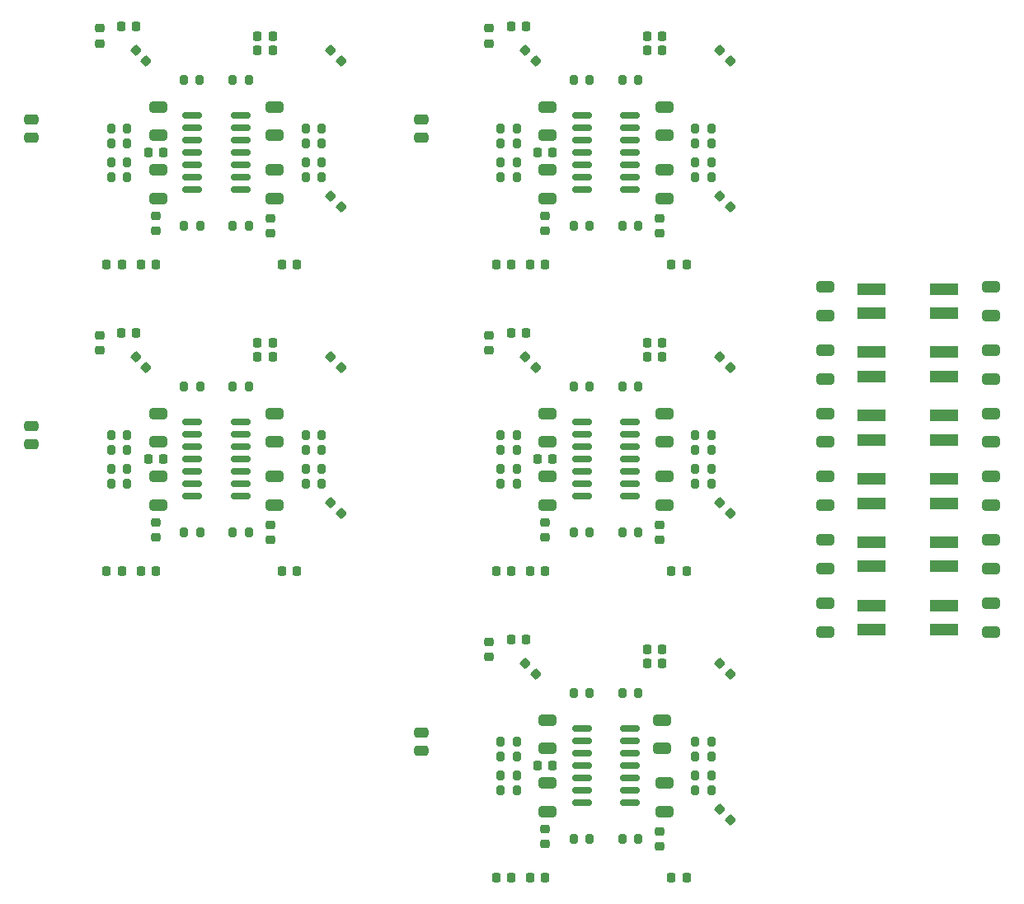
<source format=gbr>
%TF.GenerationSoftware,KiCad,Pcbnew,7.0.1*%
%TF.CreationDate,2023-05-26T22:56:06+02:00*%
%TF.ProjectId,main,6d61696e-2e6b-4696-9361-645f70636258,v1.0.1*%
%TF.SameCoordinates,Original*%
%TF.FileFunction,Paste,Bot*%
%TF.FilePolarity,Positive*%
%FSLAX46Y46*%
G04 Gerber Fmt 4.6, Leading zero omitted, Abs format (unit mm)*
G04 Created by KiCad (PCBNEW 7.0.1) date 2023-05-26 22:56:06*
%MOMM*%
%LPD*%
G01*
G04 APERTURE LIST*
G04 Aperture macros list*
%AMRoundRect*
0 Rectangle with rounded corners*
0 $1 Rounding radius*
0 $2 $3 $4 $5 $6 $7 $8 $9 X,Y pos of 4 corners*
0 Add a 4 corners polygon primitive as box body*
4,1,4,$2,$3,$4,$5,$6,$7,$8,$9,$2,$3,0*
0 Add four circle primitives for the rounded corners*
1,1,$1+$1,$2,$3*
1,1,$1+$1,$4,$5*
1,1,$1+$1,$6,$7*
1,1,$1+$1,$8,$9*
0 Add four rect primitives between the rounded corners*
20,1,$1+$1,$2,$3,$4,$5,0*
20,1,$1+$1,$4,$5,$6,$7,0*
20,1,$1+$1,$6,$7,$8,$9,0*
20,1,$1+$1,$8,$9,$2,$3,0*%
G04 Aperture macros list end*
%ADD10RoundRect,0.225000X0.250000X-0.225000X0.250000X0.225000X-0.250000X0.225000X-0.250000X-0.225000X0*%
%ADD11R,2.850000X1.200000*%
%ADD12RoundRect,0.200000X0.200000X0.275000X-0.200000X0.275000X-0.200000X-0.275000X0.200000X-0.275000X0*%
%ADD13RoundRect,0.225000X-0.225000X-0.250000X0.225000X-0.250000X0.225000X0.250000X-0.225000X0.250000X0*%
%ADD14RoundRect,0.250000X0.650000X-0.325000X0.650000X0.325000X-0.650000X0.325000X-0.650000X-0.325000X0*%
%ADD15RoundRect,0.200000X-0.200000X-0.275000X0.200000X-0.275000X0.200000X0.275000X-0.200000X0.275000X0*%
%ADD16RoundRect,0.250000X-0.650000X0.325000X-0.650000X-0.325000X0.650000X-0.325000X0.650000X0.325000X0*%
%ADD17RoundRect,0.150000X-0.825000X-0.150000X0.825000X-0.150000X0.825000X0.150000X-0.825000X0.150000X0*%
%ADD18RoundRect,0.225000X0.225000X0.250000X-0.225000X0.250000X-0.225000X-0.250000X0.225000X-0.250000X0*%
%ADD19RoundRect,0.225000X0.335876X0.017678X0.017678X0.335876X-0.335876X-0.017678X-0.017678X-0.335876X0*%
%ADD20RoundRect,0.250000X0.475000X-0.250000X0.475000X0.250000X-0.475000X0.250000X-0.475000X-0.250000X0*%
G04 APERTURE END LIST*
D10*
%TO.C,C18*%
X137500000Y-86775000D03*
X137500000Y-85225000D03*
%TD*%
D11*
%TO.C,L15*%
X159275000Y-127500000D03*
X166725000Y-127500000D03*
X159275000Y-125000000D03*
X166725000Y-125000000D03*
%TD*%
D12*
%TO.C,R95*%
X102825000Y-77500000D03*
X101175000Y-77500000D03*
%TD*%
D13*
%TO.C,R62*%
X120725000Y-153000000D03*
X122275000Y-153000000D03*
%TD*%
D11*
%TO.C,L19*%
X159275000Y-95000000D03*
X166725000Y-95000000D03*
X159275000Y-92500000D03*
X166725000Y-92500000D03*
%TD*%
D14*
%TO.C,C58*%
X171500000Y-121225000D03*
X171500000Y-118275000D03*
%TD*%
D15*
%TO.C,R85*%
X81175000Y-79500000D03*
X82825000Y-79500000D03*
%TD*%
%TO.C,R5*%
X121175000Y-79500000D03*
X122825000Y-79500000D03*
%TD*%
D16*
%TO.C,C9*%
X126000000Y-73775000D03*
X126000000Y-76725000D03*
%TD*%
D17*
%TO.C,U21*%
X89525000Y-82310000D03*
X89525000Y-81040000D03*
X89525000Y-79770000D03*
X89525000Y-78500000D03*
X89525000Y-77230000D03*
X89525000Y-75960000D03*
X89525000Y-74690000D03*
X94475000Y-74690000D03*
X94475000Y-75960000D03*
X94475000Y-77230000D03*
X94475000Y-78500000D03*
X94475000Y-79770000D03*
X94475000Y-81040000D03*
X94475000Y-82310000D03*
%TD*%
D12*
%TO.C,R8*%
X130325000Y-71000000D03*
X128675000Y-71000000D03*
%TD*%
D18*
%TO.C,R57*%
X140275000Y-121500000D03*
X138725000Y-121500000D03*
%TD*%
D19*
%TO.C,C23*%
X104798008Y-100548008D03*
X103701992Y-99451992D03*
%TD*%
D12*
%TO.C,R99*%
X102825000Y-81000000D03*
X101175000Y-81000000D03*
%TD*%
D18*
%TO.C,R37*%
X100275000Y-121500000D03*
X98725000Y-121500000D03*
%TD*%
D14*
%TO.C,C19*%
X138000000Y-83225000D03*
X138000000Y-80275000D03*
%TD*%
D12*
%TO.C,R23*%
X90325000Y-117500000D03*
X88675000Y-117500000D03*
%TD*%
%TO.C,R88*%
X90295000Y-71000000D03*
X88645000Y-71000000D03*
%TD*%
D13*
%TO.C,C8*%
X122225000Y-65500000D03*
X123775000Y-65500000D03*
%TD*%
%TO.C,R42*%
X120725000Y-121500000D03*
X122275000Y-121500000D03*
%TD*%
D15*
%TO.C,R29*%
X81175000Y-107500000D03*
X82825000Y-107500000D03*
%TD*%
D13*
%TO.C,R82*%
X80725000Y-90000000D03*
X82275000Y-90000000D03*
%TD*%
D12*
%TO.C,R39*%
X102825000Y-112500000D03*
X101175000Y-112500000D03*
%TD*%
D15*
%TO.C,R90*%
X81175000Y-77500000D03*
X82825000Y-77500000D03*
%TD*%
D19*
%TO.C,C12*%
X144798008Y-69048008D03*
X143701992Y-67951992D03*
%TD*%
D15*
%TO.C,R30*%
X81175000Y-109000000D03*
X82825000Y-109000000D03*
%TD*%
D11*
%TO.C,L10*%
X159275000Y-114500000D03*
X166725000Y-114500000D03*
X159275000Y-112000000D03*
X166725000Y-112000000D03*
%TD*%
D19*
%TO.C,C101*%
X84798008Y-69048008D03*
X83701992Y-67951992D03*
%TD*%
D18*
%TO.C,C1*%
X126525000Y-78500000D03*
X124975000Y-78500000D03*
%TD*%
D15*
%TO.C,R18*%
X133675000Y-86000000D03*
X135325000Y-86000000D03*
%TD*%
D14*
%TO.C,C100*%
X171500000Y-95225000D03*
X171500000Y-92275000D03*
%TD*%
D13*
%TO.C,C29*%
X82225000Y-97000000D03*
X83775000Y-97000000D03*
%TD*%
D19*
%TO.C,C80*%
X124798008Y-132048008D03*
X123701992Y-130951992D03*
%TD*%
D15*
%TO.C,R65*%
X121175000Y-142500000D03*
X122825000Y-142500000D03*
%TD*%
D19*
%TO.C,C49*%
X144798008Y-115548008D03*
X143701992Y-114451992D03*
%TD*%
%TO.C,C38*%
X84798008Y-100548008D03*
X83701992Y-99451992D03*
%TD*%
D17*
%TO.C,U16*%
X129525000Y-145310000D03*
X129525000Y-144040000D03*
X129525000Y-142770000D03*
X129525000Y-141500000D03*
X129525000Y-140230000D03*
X129525000Y-138960000D03*
X129525000Y-137690000D03*
X134475000Y-137690000D03*
X134475000Y-138960000D03*
X134475000Y-140230000D03*
X134475000Y-141500000D03*
X134475000Y-142770000D03*
X134475000Y-144040000D03*
X134475000Y-145310000D03*
%TD*%
D13*
%TO.C,C50*%
X122225000Y-97000000D03*
X123775000Y-97000000D03*
%TD*%
D10*
%TO.C,R27*%
X80000000Y-98775000D03*
X80000000Y-97225000D03*
%TD*%
D15*
%TO.C,R93*%
X93675000Y-71000000D03*
X95325000Y-71000000D03*
%TD*%
D10*
%TO.C,R87*%
X80000000Y-67275000D03*
X80000000Y-65725000D03*
%TD*%
D20*
%TO.C,R6*%
X113000000Y-76950000D03*
X113000000Y-75050000D03*
%TD*%
D16*
%TO.C,C72*%
X126000000Y-136775000D03*
X126000000Y-139725000D03*
%TD*%
%TO.C,C93*%
X86000000Y-73775000D03*
X86000000Y-76725000D03*
%TD*%
D13*
%TO.C,C92*%
X82225000Y-65500000D03*
X83775000Y-65500000D03*
%TD*%
D19*
%TO.C,C28*%
X104798008Y-115548008D03*
X103701992Y-114451992D03*
%TD*%
D14*
%TO.C,C46*%
X126000000Y-114725000D03*
X126000000Y-111775000D03*
%TD*%
%TO.C,C78*%
X154500000Y-127725000D03*
X154500000Y-124775000D03*
%TD*%
D13*
%TO.C,C13*%
X136225000Y-66500000D03*
X137775000Y-66500000D03*
%TD*%
D14*
%TO.C,C99*%
X154500000Y-95225000D03*
X154500000Y-92275000D03*
%TD*%
D12*
%TO.C,R75*%
X142825000Y-140500000D03*
X141175000Y-140500000D03*
%TD*%
D13*
%TO.C,C55*%
X136225000Y-98000000D03*
X137775000Y-98000000D03*
%TD*%
%TO.C,C66*%
X124225000Y-153000000D03*
X125775000Y-153000000D03*
%TD*%
D12*
%TO.C,R83*%
X90325000Y-86000000D03*
X88675000Y-86000000D03*
%TD*%
D14*
%TO.C,C82*%
X138000000Y-146225000D03*
X138000000Y-143275000D03*
%TD*%
D18*
%TO.C,C43*%
X126525000Y-110000000D03*
X124975000Y-110000000D03*
%TD*%
%TO.C,R12*%
X137775000Y-68000000D03*
X136225000Y-68000000D03*
%TD*%
D13*
%TO.C,C34*%
X96225000Y-98000000D03*
X97775000Y-98000000D03*
%TD*%
D15*
%TO.C,R4*%
X121175000Y-81000000D03*
X122825000Y-81000000D03*
%TD*%
%TO.C,R69*%
X121175000Y-139000000D03*
X122825000Y-139000000D03*
%TD*%
D13*
%TO.C,C71*%
X122225000Y-128500000D03*
X123775000Y-128500000D03*
%TD*%
D10*
%TO.C,C2*%
X125750000Y-86525000D03*
X125750000Y-84975000D03*
%TD*%
D18*
%TO.C,R32*%
X97775000Y-99500000D03*
X96225000Y-99500000D03*
%TD*%
D11*
%TO.C,L7*%
X159275000Y-108000000D03*
X166725000Y-108000000D03*
X159275000Y-105500000D03*
X166725000Y-105500000D03*
%TD*%
D13*
%TO.C,C76*%
X136225000Y-129500000D03*
X137775000Y-129500000D03*
%TD*%
D12*
%TO.C,R34*%
X102825000Y-107500000D03*
X101175000Y-107500000D03*
%TD*%
D15*
%TO.C,R49*%
X121175000Y-107500000D03*
X122825000Y-107500000D03*
%TD*%
%TO.C,R24*%
X81175000Y-112500000D03*
X82825000Y-112500000D03*
%TD*%
D12*
%TO.C,R60*%
X142825000Y-111000000D03*
X141175000Y-111000000D03*
%TD*%
D13*
%TO.C,R22*%
X80725000Y-121500000D03*
X82275000Y-121500000D03*
%TD*%
D12*
%TO.C,R19*%
X142825000Y-81000000D03*
X141175000Y-81000000D03*
%TD*%
D10*
%TO.C,C81*%
X137500000Y-149775000D03*
X137500000Y-148225000D03*
%TD*%
%TO.C,R47*%
X120000000Y-98775000D03*
X120000000Y-97225000D03*
%TD*%
D14*
%TO.C,C25*%
X86000000Y-114725000D03*
X86000000Y-111775000D03*
%TD*%
D15*
%TO.C,R89*%
X81175000Y-76000000D03*
X82825000Y-76000000D03*
%TD*%
D12*
%TO.C,R20*%
X142825000Y-79500000D03*
X141175000Y-79500000D03*
%TD*%
D16*
%TO.C,C14*%
X138000000Y-73775000D03*
X138000000Y-76725000D03*
%TD*%
D15*
%TO.C,R84*%
X81175000Y-81000000D03*
X82825000Y-81000000D03*
%TD*%
D18*
%TO.C,R72*%
X137775000Y-131000000D03*
X136225000Y-131000000D03*
%TD*%
D12*
%TO.C,R63*%
X130325000Y-149000000D03*
X128675000Y-149000000D03*
%TD*%
D16*
%TO.C,C98*%
X98000000Y-73775000D03*
X98000000Y-76725000D03*
%TD*%
D14*
%TO.C,C15*%
X154500000Y-101725000D03*
X154500000Y-98775000D03*
%TD*%
D13*
%TO.C,R2*%
X120725000Y-90000000D03*
X122275000Y-90000000D03*
%TD*%
D14*
%TO.C,C52*%
X154500000Y-114725000D03*
X154500000Y-111775000D03*
%TD*%
D13*
%TO.C,C97*%
X96225000Y-66500000D03*
X97775000Y-66500000D03*
%TD*%
D15*
%TO.C,R98*%
X93675000Y-86000000D03*
X95325000Y-86000000D03*
%TD*%
D20*
%TO.C,R66*%
X113000000Y-139950000D03*
X113000000Y-138050000D03*
%TD*%
D13*
%TO.C,C45*%
X124225000Y-121500000D03*
X125775000Y-121500000D03*
%TD*%
D10*
%TO.C,C54*%
X125750000Y-118025000D03*
X125750000Y-116475000D03*
%TD*%
D14*
%TO.C,C53*%
X171500000Y-114725000D03*
X171500000Y-111775000D03*
%TD*%
%TO.C,C88*%
X86000000Y-83225000D03*
X86000000Y-80275000D03*
%TD*%
%TO.C,C36*%
X154500000Y-108225000D03*
X154500000Y-105275000D03*
%TD*%
D12*
%TO.C,R43*%
X130325000Y-117500000D03*
X128675000Y-117500000D03*
%TD*%
D18*
%TO.C,C22*%
X86525000Y-110000000D03*
X84975000Y-110000000D03*
%TD*%
D10*
%TO.C,R7*%
X120000000Y-67275000D03*
X120000000Y-65725000D03*
%TD*%
D19*
%TO.C,C7*%
X124798008Y-69048008D03*
X123701992Y-67951992D03*
%TD*%
D14*
%TO.C,C67*%
X126000000Y-146225000D03*
X126000000Y-143275000D03*
%TD*%
D16*
%TO.C,C51*%
X126000000Y-105275000D03*
X126000000Y-108225000D03*
%TD*%
D12*
%TO.C,R3*%
X130325000Y-86000000D03*
X128675000Y-86000000D03*
%TD*%
%TO.C,R100*%
X102825000Y-79500000D03*
X101175000Y-79500000D03*
%TD*%
D15*
%TO.C,R58*%
X133675000Y-117500000D03*
X135325000Y-117500000D03*
%TD*%
D16*
%TO.C,C56*%
X138000000Y-105275000D03*
X138000000Y-108225000D03*
%TD*%
D12*
%TO.C,R55*%
X142825000Y-109000000D03*
X141175000Y-109000000D03*
%TD*%
D19*
%TO.C,C91*%
X104798008Y-84048008D03*
X103701992Y-82951992D03*
%TD*%
D18*
%TO.C,R92*%
X97775000Y-68000000D03*
X96225000Y-68000000D03*
%TD*%
D10*
%TO.C,R67*%
X120000000Y-130275000D03*
X120000000Y-128725000D03*
%TD*%
D15*
%TO.C,R64*%
X121175000Y-144000000D03*
X122825000Y-144000000D03*
%TD*%
D18*
%TO.C,R77*%
X140275000Y-153000000D03*
X138725000Y-153000000D03*
%TD*%
D16*
%TO.C,C35*%
X98000000Y-105275000D03*
X98000000Y-108225000D03*
%TD*%
D19*
%TO.C,C65*%
X144798008Y-132048008D03*
X143701992Y-130951992D03*
%TD*%
D12*
%TO.C,R54*%
X142825000Y-107500000D03*
X141175000Y-107500000D03*
%TD*%
D18*
%TO.C,C64*%
X126525000Y-141500000D03*
X124975000Y-141500000D03*
%TD*%
D10*
%TO.C,C33*%
X85750000Y-118025000D03*
X85750000Y-116475000D03*
%TD*%
D15*
%TO.C,R45*%
X121175000Y-111000000D03*
X122825000Y-111000000D03*
%TD*%
D12*
%TO.C,R40*%
X102825000Y-111000000D03*
X101175000Y-111000000D03*
%TD*%
D11*
%TO.C,L3*%
X159275000Y-101500000D03*
X166725000Y-101500000D03*
X159275000Y-99000000D03*
X166725000Y-99000000D03*
%TD*%
D14*
%TO.C,C57*%
X154500000Y-121225000D03*
X154500000Y-118275000D03*
%TD*%
D15*
%TO.C,R73*%
X133675000Y-134000000D03*
X135325000Y-134000000D03*
%TD*%
%TO.C,R9*%
X121175000Y-76000000D03*
X122825000Y-76000000D03*
%TD*%
%TO.C,R33*%
X93675000Y-102500000D03*
X95325000Y-102500000D03*
%TD*%
D14*
%TO.C,C103*%
X98000000Y-83225000D03*
X98000000Y-80275000D03*
%TD*%
D16*
%TO.C,C30*%
X86000000Y-105275000D03*
X86000000Y-108225000D03*
%TD*%
D15*
%TO.C,R25*%
X81175000Y-111000000D03*
X82825000Y-111000000D03*
%TD*%
D10*
%TO.C,C102*%
X97500000Y-86775000D03*
X97500000Y-85225000D03*
%TD*%
%TO.C,C39*%
X97500000Y-118275000D03*
X97500000Y-116725000D03*
%TD*%
%TO.C,C96*%
X85750000Y-86525000D03*
X85750000Y-84975000D03*
%TD*%
D11*
%TO.C,L11*%
X159275000Y-121000000D03*
X166725000Y-121000000D03*
X159275000Y-118500000D03*
X166725000Y-118500000D03*
%TD*%
D14*
%TO.C,C16*%
X171500000Y-101725000D03*
X171500000Y-98775000D03*
%TD*%
D10*
%TO.C,C75*%
X125750000Y-149525000D03*
X125750000Y-147975000D03*
%TD*%
D19*
%TO.C,C70*%
X144798008Y-147048008D03*
X143701992Y-145951992D03*
%TD*%
D18*
%TO.C,C85*%
X86525000Y-78500000D03*
X84975000Y-78500000D03*
%TD*%
D14*
%TO.C,C61*%
X138000000Y-114725000D03*
X138000000Y-111775000D03*
%TD*%
D12*
%TO.C,R28*%
X90325000Y-102500000D03*
X88675000Y-102500000D03*
%TD*%
D20*
%TO.C,R86*%
X73000000Y-76950000D03*
X73000000Y-75050000D03*
%TD*%
D19*
%TO.C,C86*%
X104798008Y-69048008D03*
X103701992Y-67951992D03*
%TD*%
D12*
%TO.C,R35*%
X102825000Y-109000000D03*
X101175000Y-109000000D03*
%TD*%
D15*
%TO.C,R44*%
X121175000Y-112500000D03*
X122825000Y-112500000D03*
%TD*%
%TO.C,R50*%
X121175000Y-109000000D03*
X122825000Y-109000000D03*
%TD*%
%TO.C,R13*%
X133675000Y-71000000D03*
X135325000Y-71000000D03*
%TD*%
D20*
%TO.C,R26*%
X73000000Y-108450000D03*
X73000000Y-106550000D03*
%TD*%
D12*
%TO.C,R80*%
X142825000Y-142500000D03*
X141175000Y-142500000D03*
%TD*%
%TO.C,R79*%
X142825000Y-144000000D03*
X141175000Y-144000000D03*
%TD*%
%TO.C,R68*%
X130325000Y-134000000D03*
X128675000Y-134000000D03*
%TD*%
D14*
%TO.C,C79*%
X171500000Y-127725000D03*
X171500000Y-124775000D03*
%TD*%
%TO.C,C37*%
X171500000Y-108225000D03*
X171500000Y-105275000D03*
%TD*%
D13*
%TO.C,C87*%
X84225000Y-90000000D03*
X85775000Y-90000000D03*
%TD*%
D18*
%TO.C,R97*%
X100275000Y-90000000D03*
X98725000Y-90000000D03*
%TD*%
D13*
%TO.C,C24*%
X84225000Y-121500000D03*
X85775000Y-121500000D03*
%TD*%
D10*
%TO.C,C60*%
X137500000Y-118275000D03*
X137500000Y-116725000D03*
%TD*%
D17*
%TO.C,U1*%
X129525000Y-82310000D03*
X129525000Y-81040000D03*
X129525000Y-79770000D03*
X129525000Y-78500000D03*
X129525000Y-77230000D03*
X129525000Y-75960000D03*
X129525000Y-74690000D03*
X134475000Y-74690000D03*
X134475000Y-75960000D03*
X134475000Y-77230000D03*
X134475000Y-78500000D03*
X134475000Y-79770000D03*
X134475000Y-81040000D03*
X134475000Y-82310000D03*
%TD*%
D19*
%TO.C,C59*%
X124798008Y-100548008D03*
X123701992Y-99451992D03*
%TD*%
D13*
%TO.C,C3*%
X124225000Y-90000000D03*
X125775000Y-90000000D03*
%TD*%
D15*
%TO.C,R10*%
X121175000Y-77500000D03*
X122825000Y-77500000D03*
%TD*%
D18*
%TO.C,R52*%
X137775000Y-99500000D03*
X136225000Y-99500000D03*
%TD*%
D19*
%TO.C,C44*%
X144798008Y-100548008D03*
X143701992Y-99451992D03*
%TD*%
D12*
%TO.C,R94*%
X102825000Y-76000000D03*
X101175000Y-76000000D03*
%TD*%
D14*
%TO.C,C40*%
X98000000Y-114725000D03*
X98000000Y-111775000D03*
%TD*%
D16*
%TO.C,C77*%
X137750000Y-136775000D03*
X137750000Y-139725000D03*
%TD*%
D12*
%TO.C,R74*%
X142825000Y-139000000D03*
X141175000Y-139000000D03*
%TD*%
D18*
%TO.C,R17*%
X140275000Y-90000000D03*
X138725000Y-90000000D03*
%TD*%
D12*
%TO.C,R15*%
X142825000Y-77500000D03*
X141175000Y-77500000D03*
%TD*%
%TO.C,R14*%
X142825000Y-76000000D03*
X141175000Y-76000000D03*
%TD*%
D17*
%TO.C,U6*%
X89525000Y-113810000D03*
X89525000Y-112540000D03*
X89525000Y-111270000D03*
X89525000Y-110000000D03*
X89525000Y-108730000D03*
X89525000Y-107460000D03*
X89525000Y-106190000D03*
X94475000Y-106190000D03*
X94475000Y-107460000D03*
X94475000Y-108730000D03*
X94475000Y-110000000D03*
X94475000Y-111270000D03*
X94475000Y-112540000D03*
X94475000Y-113810000D03*
%TD*%
D12*
%TO.C,R59*%
X142825000Y-112500000D03*
X141175000Y-112500000D03*
%TD*%
D15*
%TO.C,R53*%
X133675000Y-102500000D03*
X135325000Y-102500000D03*
%TD*%
%TO.C,R70*%
X121175000Y-140500000D03*
X122825000Y-140500000D03*
%TD*%
%TO.C,R38*%
X93675000Y-117500000D03*
X95325000Y-117500000D03*
%TD*%
D17*
%TO.C,U11*%
X129525000Y-113810000D03*
X129525000Y-112540000D03*
X129525000Y-111270000D03*
X129525000Y-110000000D03*
X129525000Y-108730000D03*
X129525000Y-107460000D03*
X129525000Y-106190000D03*
X134475000Y-106190000D03*
X134475000Y-107460000D03*
X134475000Y-108730000D03*
X134475000Y-110000000D03*
X134475000Y-111270000D03*
X134475000Y-112540000D03*
X134475000Y-113810000D03*
%TD*%
D15*
%TO.C,R78*%
X133675000Y-149000000D03*
X135325000Y-149000000D03*
%TD*%
D19*
%TO.C,C17*%
X144798008Y-84048008D03*
X143701992Y-82951992D03*
%TD*%
D12*
%TO.C,R48*%
X130325000Y-102500000D03*
X128675000Y-102500000D03*
%TD*%
D14*
%TO.C,C4*%
X126000000Y-83225000D03*
X126000000Y-80275000D03*
%TD*%
M02*

</source>
